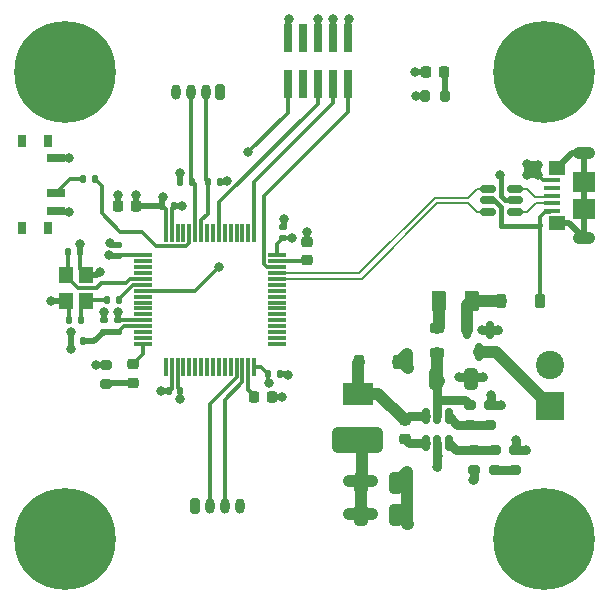
<source format=gbr>
%TF.GenerationSoftware,KiCad,Pcbnew,7.0.2*%
%TF.CreationDate,2023-05-29T20:24:48+05:30*%
%TF.ProjectId,STM_32_Board,53544d5f-3332-45f4-926f-6172642e6b69,rev?*%
%TF.SameCoordinates,Original*%
%TF.FileFunction,Copper,L1,Top*%
%TF.FilePolarity,Positive*%
%FSLAX46Y46*%
G04 Gerber Fmt 4.6, Leading zero omitted, Abs format (unit mm)*
G04 Created by KiCad (PCBNEW 7.0.2) date 2023-05-29 20:24:48*
%MOMM*%
%LPD*%
G01*
G04 APERTURE LIST*
G04 Aperture macros list*
%AMRoundRect*
0 Rectangle with rounded corners*
0 $1 Rounding radius*
0 $2 $3 $4 $5 $6 $7 $8 $9 X,Y pos of 4 corners*
0 Add a 4 corners polygon primitive as box body*
4,1,4,$2,$3,$4,$5,$6,$7,$8,$9,$2,$3,0*
0 Add four circle primitives for the rounded corners*
1,1,$1+$1,$2,$3*
1,1,$1+$1,$4,$5*
1,1,$1+$1,$6,$7*
1,1,$1+$1,$8,$9*
0 Add four rect primitives between the rounded corners*
20,1,$1+$1,$2,$3,$4,$5,0*
20,1,$1+$1,$4,$5,$6,$7,0*
20,1,$1+$1,$6,$7,$8,$9,0*
20,1,$1+$1,$8,$9,$2,$3,0*%
G04 Aperture macros list end*
%TA.AperFunction,SMDPad,CuDef*%
%ADD10RoundRect,0.140000X-0.140000X-0.170000X0.140000X-0.170000X0.140000X0.170000X-0.140000X0.170000X0*%
%TD*%
%TA.AperFunction,SMDPad,CuDef*%
%ADD11RoundRect,0.150000X0.150000X-0.512500X0.150000X0.512500X-0.150000X0.512500X-0.150000X-0.512500X0*%
%TD*%
%TA.AperFunction,SMDPad,CuDef*%
%ADD12RoundRect,0.250000X0.375000X0.625000X-0.375000X0.625000X-0.375000X-0.625000X0.375000X-0.625000X0*%
%TD*%
%TA.AperFunction,SMDPad,CuDef*%
%ADD13RoundRect,0.147500X-0.147500X-0.172500X0.147500X-0.172500X0.147500X0.172500X-0.147500X0.172500X0*%
%TD*%
%TA.AperFunction,SMDPad,CuDef*%
%ADD14R,0.740000X2.400000*%
%TD*%
%TA.AperFunction,SMDPad,CuDef*%
%ADD15RoundRect,0.135000X-0.135000X-0.185000X0.135000X-0.185000X0.135000X0.185000X-0.135000X0.185000X0*%
%TD*%
%TA.AperFunction,SMDPad,CuDef*%
%ADD16R,0.800000X1.000000*%
%TD*%
%TA.AperFunction,SMDPad,CuDef*%
%ADD17R,1.500000X0.700000*%
%TD*%
%TA.AperFunction,SMDPad,CuDef*%
%ADD18RoundRect,0.218750X0.218750X0.256250X-0.218750X0.256250X-0.218750X-0.256250X0.218750X-0.256250X0*%
%TD*%
%TA.AperFunction,SMDPad,CuDef*%
%ADD19RoundRect,0.250000X-0.325000X-0.650000X0.325000X-0.650000X0.325000X0.650000X-0.325000X0.650000X0*%
%TD*%
%TA.AperFunction,SMDPad,CuDef*%
%ADD20RoundRect,0.225000X-0.225000X-0.250000X0.225000X-0.250000X0.225000X0.250000X-0.225000X0.250000X0*%
%TD*%
%TA.AperFunction,ComponentPad*%
%ADD21RoundRect,0.200000X0.200000X0.450000X-0.200000X0.450000X-0.200000X-0.450000X0.200000X-0.450000X0*%
%TD*%
%TA.AperFunction,ComponentPad*%
%ADD22O,0.800000X1.300000*%
%TD*%
%TA.AperFunction,SMDPad,CuDef*%
%ADD23RoundRect,0.200000X0.275000X-0.200000X0.275000X0.200000X-0.275000X0.200000X-0.275000X-0.200000X0*%
%TD*%
%TA.AperFunction,SMDPad,CuDef*%
%ADD24RoundRect,0.140000X0.170000X-0.140000X0.170000X0.140000X-0.170000X0.140000X-0.170000X-0.140000X0*%
%TD*%
%TA.AperFunction,SMDPad,CuDef*%
%ADD25R,2.500000X1.900000*%
%TD*%
%TA.AperFunction,SMDPad,CuDef*%
%ADD26RoundRect,0.140000X0.140000X0.170000X-0.140000X0.170000X-0.140000X-0.170000X0.140000X-0.170000X0*%
%TD*%
%TA.AperFunction,SMDPad,CuDef*%
%ADD27RoundRect,0.200000X-0.275000X0.200000X-0.275000X-0.200000X0.275000X-0.200000X0.275000X0.200000X0*%
%TD*%
%TA.AperFunction,SMDPad,CuDef*%
%ADD28RoundRect,0.150000X-0.150000X0.587500X-0.150000X-0.587500X0.150000X-0.587500X0.150000X0.587500X0*%
%TD*%
%TA.AperFunction,SMDPad,CuDef*%
%ADD29RoundRect,0.225000X0.250000X-0.225000X0.250000X0.225000X-0.250000X0.225000X-0.250000X-0.225000X0*%
%TD*%
%TA.AperFunction,SMDPad,CuDef*%
%ADD30RoundRect,0.075000X-0.700000X-0.075000X0.700000X-0.075000X0.700000X0.075000X-0.700000X0.075000X0*%
%TD*%
%TA.AperFunction,SMDPad,CuDef*%
%ADD31RoundRect,0.075000X-0.075000X-0.700000X0.075000X-0.700000X0.075000X0.700000X-0.075000X0.700000X0*%
%TD*%
%TA.AperFunction,ComponentPad*%
%ADD32C,0.900000*%
%TD*%
%TA.AperFunction,ComponentPad*%
%ADD33C,8.600000*%
%TD*%
%TA.AperFunction,SMDPad,CuDef*%
%ADD34RoundRect,0.135000X0.135000X0.185000X-0.135000X0.185000X-0.135000X-0.185000X0.135000X-0.185000X0*%
%TD*%
%TA.AperFunction,SMDPad,CuDef*%
%ADD35R,1.200000X1.400000*%
%TD*%
%TA.AperFunction,SMDPad,CuDef*%
%ADD36RoundRect,0.200000X0.200000X0.275000X-0.200000X0.275000X-0.200000X-0.275000X0.200000X-0.275000X0*%
%TD*%
%TA.AperFunction,ComponentPad*%
%ADD37RoundRect,0.200000X-0.200000X-0.450000X0.200000X-0.450000X0.200000X0.450000X-0.200000X0.450000X0*%
%TD*%
%TA.AperFunction,SMDPad,CuDef*%
%ADD38RoundRect,0.218750X-0.381250X0.218750X-0.381250X-0.218750X0.381250X-0.218750X0.381250X0.218750X0*%
%TD*%
%TA.AperFunction,SMDPad,CuDef*%
%ADD39RoundRect,0.150000X0.512500X0.150000X-0.512500X0.150000X-0.512500X-0.150000X0.512500X-0.150000X0*%
%TD*%
%TA.AperFunction,SMDPad,CuDef*%
%ADD40RoundRect,0.218750X0.256250X-0.218750X0.256250X0.218750X-0.256250X0.218750X-0.256250X-0.218750X0*%
%TD*%
%TA.AperFunction,ComponentPad*%
%ADD41R,2.400000X2.400000*%
%TD*%
%TA.AperFunction,ComponentPad*%
%ADD42C,2.400000*%
%TD*%
%TA.AperFunction,SMDPad,CuDef*%
%ADD43RoundRect,0.250000X0.325000X0.650000X-0.325000X0.650000X-0.325000X-0.650000X0.325000X-0.650000X0*%
%TD*%
%TA.AperFunction,SMDPad,CuDef*%
%ADD44RoundRect,0.225000X0.225000X0.375000X-0.225000X0.375000X-0.225000X-0.375000X0.225000X-0.375000X0*%
%TD*%
%TA.AperFunction,SMDPad,CuDef*%
%ADD45RoundRect,0.225000X-0.225000X-0.375000X0.225000X-0.375000X0.225000X0.375000X-0.225000X0.375000X0*%
%TD*%
%TA.AperFunction,SMDPad,CuDef*%
%ADD46R,1.400000X0.400000*%
%TD*%
%TA.AperFunction,ComponentPad*%
%ADD47O,1.900000X1.050000*%
%TD*%
%TA.AperFunction,SMDPad,CuDef*%
%ADD48R,1.450000X1.150000*%
%TD*%
%TA.AperFunction,SMDPad,CuDef*%
%ADD49R,1.900000X1.750000*%
%TD*%
%TA.AperFunction,SMDPad,CuDef*%
%ADD50RoundRect,0.225000X0.225000X0.250000X-0.225000X0.250000X-0.225000X-0.250000X0.225000X-0.250000X0*%
%TD*%
%TA.AperFunction,ViaPad*%
%ADD51C,0.800000*%
%TD*%
%TA.AperFunction,Conductor*%
%ADD52C,0.300000*%
%TD*%
%TA.AperFunction,Conductor*%
%ADD53C,0.500000*%
%TD*%
%TA.AperFunction,Conductor*%
%ADD54C,0.750000*%
%TD*%
%TA.AperFunction,Conductor*%
%ADD55C,1.000000*%
%TD*%
%TA.AperFunction,Conductor*%
%ADD56C,0.400000*%
%TD*%
%TA.AperFunction,Conductor*%
%ADD57C,0.200000*%
%TD*%
G04 APERTURE END LIST*
D10*
%TO.P,C11,1*%
%TO.N,HSE_IN*%
X189756800Y-75295000D03*
%TO.P,C11,2*%
%TO.N,GND*%
X190716800Y-75295000D03*
%TD*%
D11*
%TO.P,U2,1,BST*%
%TO.N,BUCK_BST*%
X220036800Y-91432500D03*
%TO.P,U2,2,GND*%
%TO.N,GND*%
X220986800Y-91432500D03*
%TO.P,U2,3,FB*%
%TO.N,BUCK_FB*%
X221936800Y-91432500D03*
%TO.P,U2,4,EN*%
%TO.N,BUCK_EN*%
X221936800Y-89157500D03*
%TO.P,U2,5,IN*%
%TO.N,BUCK_IN*%
X220986800Y-89157500D03*
%TO.P,U2,6,SW*%
%TO.N,BUCK_SW*%
X220036800Y-89157500D03*
%TD*%
D12*
%TO.P,F1,1*%
%TO.N,Net-(D3-A)*%
X223886800Y-79382500D03*
%TO.P,F1,2*%
%TO.N,Net-(F1-Pad2)*%
X221086800Y-79382500D03*
%TD*%
D13*
%TO.P,L1,1*%
%TO.N,+3.3V*%
X190001800Y-82795000D03*
%TO.P,L1,2*%
%TO.N,+3.3VA*%
X190971800Y-82795000D03*
%TD*%
D14*
%TO.P,J2,1,Pin_1*%
%TO.N,+3.3V*%
X213396800Y-57145000D03*
%TO.P,J2,2,Pin_2*%
%TO.N,SWDIO*%
X213396800Y-61045000D03*
%TO.P,J2,3,Pin_3*%
%TO.N,GND*%
X212126800Y-57145000D03*
%TO.P,J2,4,Pin_4*%
%TO.N,SWCLK*%
X212126800Y-61045000D03*
%TO.P,J2,5,Pin_5*%
%TO.N,GND*%
X210856800Y-57145000D03*
%TO.P,J2,6,Pin_6*%
%TO.N,SWO*%
X210856800Y-61045000D03*
%TO.P,J2,7,Pin_7*%
%TO.N,unconnected-(J2-Pin_7-Pad7)*%
X209586800Y-57145000D03*
%TO.P,J2,8,Pin_8*%
%TO.N,unconnected-(J2-Pin_8-Pad8)*%
X209586800Y-61045000D03*
%TO.P,J2,9,Pin_9*%
%TO.N,GND*%
X208316800Y-57145000D03*
%TO.P,J2,10,Pin_10*%
%TO.N,NRST*%
X208316800Y-61045000D03*
%TD*%
D15*
%TO.P,R2,1*%
%TO.N,Net-(C12-Pad1)*%
X192976800Y-79295000D03*
%TO.P,R2,2*%
%TO.N,HSE_OUT*%
X193996800Y-79295000D03*
%TD*%
D16*
%TO.P,SW1,*%
%TO.N,*%
X188016800Y-65895000D03*
X185806800Y-65895000D03*
X188016800Y-73195000D03*
X185806800Y-73195000D03*
D17*
%TO.P,SW1,1,A*%
%TO.N,+3.3V*%
X188666800Y-67295000D03*
%TO.P,SW1,2,B*%
%TO.N,Net-(SW1-B)*%
X188666800Y-70295000D03*
%TO.P,SW1,3,C*%
%TO.N,GND*%
X188666800Y-71795000D03*
%TD*%
D18*
%TO.P,D4,1,K*%
%TO.N,Net-(D4-K)*%
X221561800Y-60045000D03*
%TO.P,D4,2,A*%
%TO.N,+3.3V*%
X219986800Y-60045000D03*
%TD*%
D19*
%TO.P,C16,1*%
%TO.N,+3.3V*%
X214511800Y-97545000D03*
%TO.P,C16,2*%
%TO.N,GND*%
X217461800Y-97545000D03*
%TD*%
D20*
%TO.P,C2,1*%
%TO.N,Net-(U1-VCAP_1)*%
X205461800Y-87545000D03*
%TO.P,C2,2*%
%TO.N,GND*%
X207011800Y-87545000D03*
%TD*%
D21*
%TO.P,J3,1,Pin_1*%
%TO.N,+3.3V*%
X202611800Y-61745000D03*
D22*
%TO.P,J3,2,Pin_2*%
%TO.N,I2C1_SCL*%
X201361800Y-61745000D03*
%TO.P,J3,3,Pin_3*%
%TO.N,I2C1_SDA*%
X200111800Y-61745000D03*
%TO.P,J3,4,Pin_4*%
%TO.N,GND*%
X198861800Y-61745000D03*
%TD*%
D23*
%TO.P,R5,1*%
%TO.N,BUCK_EN*%
X225486800Y-89870000D03*
%TO.P,R5,2*%
%TO.N,GND*%
X225486800Y-88220000D03*
%TD*%
D24*
%TO.P,C7,1*%
%TO.N,+3.3V*%
X207936800Y-74100000D03*
%TO.P,C7,2*%
%TO.N,GND*%
X207936800Y-73140000D03*
%TD*%
D25*
%TO.P,L2,1*%
%TO.N,BUCK_SW*%
X214236800Y-87245000D03*
%TO.P,L2,2*%
%TO.N,+3.3V*%
X214236800Y-91345000D03*
%TD*%
D24*
%TO.P,C9,1*%
%TO.N,+3.3VA*%
X192736800Y-82005000D03*
%TO.P,C9,2*%
%TO.N,GND*%
X192736800Y-81045000D03*
%TD*%
D26*
%TO.P,C5,1*%
%TO.N,+3.3V*%
X199216800Y-87045000D03*
%TO.P,C5,2*%
%TO.N,GND*%
X198256800Y-87045000D03*
%TD*%
D27*
%TO.P,R4,1*%
%TO.N,BUCK_IN*%
X223736800Y-88220000D03*
%TO.P,R4,2*%
%TO.N,BUCK_EN*%
X223736800Y-89870000D03*
%TD*%
D19*
%TO.P,C13,1*%
%TO.N,BUCK_IN*%
X220886800Y-85982500D03*
%TO.P,C13,2*%
%TO.N,GND*%
X223836800Y-85982500D03*
%TD*%
D28*
%TO.P,Q1,1,G*%
%TO.N,GND*%
X225436800Y-81857500D03*
%TO.P,Q1,2,S*%
%TO.N,Net-(D3-A)*%
X223536800Y-81857500D03*
%TO.P,Q1,3,D*%
%TO.N,+12V*%
X224486800Y-83732500D03*
%TD*%
D15*
%TO.P,R9,1*%
%TO.N,I2C1_SCL*%
X201526800Y-69295000D03*
%TO.P,R9,2*%
%TO.N,+3.3V*%
X202546800Y-69295000D03*
%TD*%
D29*
%TO.P,C1,1*%
%TO.N,Net-(U1-VCAP_2)*%
X209966800Y-75965000D03*
%TO.P,C1,2*%
%TO.N,GND*%
X209966800Y-74415000D03*
%TD*%
D30*
%TO.P,U1,1,VBAT*%
%TO.N,+3.3V*%
X196061800Y-75545000D03*
%TO.P,U1,2,PC13*%
%TO.N,unconnected-(U1-PC13-Pad2)*%
X196061800Y-76045000D03*
%TO.P,U1,3,PC14*%
%TO.N,unconnected-(U1-PC14-Pad3)*%
X196061800Y-76545000D03*
%TO.P,U1,4,PC15*%
%TO.N,unconnected-(U1-PC15-Pad4)*%
X196061800Y-77045000D03*
%TO.P,U1,5,PH0*%
%TO.N,HSE_IN*%
X196061800Y-77545000D03*
%TO.P,U1,6,PH1*%
%TO.N,HSE_OUT*%
X196061800Y-78045000D03*
%TO.P,U1,7,NRST*%
%TO.N,NRST*%
X196061800Y-78545000D03*
%TO.P,U1,8,PC0*%
%TO.N,unconnected-(U1-PC0-Pad8)*%
X196061800Y-79045000D03*
%TO.P,U1,9,PC1*%
%TO.N,unconnected-(U1-PC1-Pad9)*%
X196061800Y-79545000D03*
%TO.P,U1,10,PC2*%
%TO.N,unconnected-(U1-PC2-Pad10)*%
X196061800Y-80045000D03*
%TO.P,U1,11,PC3*%
%TO.N,unconnected-(U1-PC3-Pad11)*%
X196061800Y-80545000D03*
%TO.P,U1,12,VSSA*%
%TO.N,GND*%
X196061800Y-81045000D03*
%TO.P,U1,13,VDDA*%
%TO.N,+3.3VA*%
X196061800Y-81545000D03*
%TO.P,U1,14,PA0*%
%TO.N,unconnected-(U1-PA0-Pad14)*%
X196061800Y-82045000D03*
%TO.P,U1,15,PA1*%
%TO.N,unconnected-(U1-PA1-Pad15)*%
X196061800Y-82545000D03*
%TO.P,U1,16,PA2*%
%TO.N,LED_STATUS*%
X196061800Y-83045000D03*
D31*
%TO.P,U1,17,PA3*%
%TO.N,unconnected-(U1-PA3-Pad17)*%
X197986800Y-84970000D03*
%TO.P,U1,18,VSS*%
%TO.N,GND*%
X198486800Y-84970000D03*
%TO.P,U1,19,VDD*%
%TO.N,+3.3V*%
X198986800Y-84970000D03*
%TO.P,U1,20,PA4*%
%TO.N,unconnected-(U1-PA4-Pad20)*%
X199486800Y-84970000D03*
%TO.P,U1,21,PA5*%
%TO.N,unconnected-(U1-PA5-Pad21)*%
X199986800Y-84970000D03*
%TO.P,U1,22,PA6*%
%TO.N,unconnected-(U1-PA6-Pad22)*%
X200486800Y-84970000D03*
%TO.P,U1,23,PA7*%
%TO.N,unconnected-(U1-PA7-Pad23)*%
X200986800Y-84970000D03*
%TO.P,U1,24,PC4*%
%TO.N,unconnected-(U1-PC4-Pad24)*%
X201486800Y-84970000D03*
%TO.P,U1,25,PC5*%
%TO.N,unconnected-(U1-PC5-Pad25)*%
X201986800Y-84970000D03*
%TO.P,U1,26,PB0*%
%TO.N,unconnected-(U1-PB0-Pad26)*%
X202486800Y-84970000D03*
%TO.P,U1,27,PB1*%
%TO.N,unconnected-(U1-PB1-Pad27)*%
X202986800Y-84970000D03*
%TO.P,U1,28,PB2*%
%TO.N,unconnected-(U1-PB2-Pad28)*%
X203486800Y-84970000D03*
%TO.P,U1,29,PB10*%
%TO.N,USART3_Tx*%
X203986800Y-84970000D03*
%TO.P,U1,30,PB11*%
%TO.N,USART3_Rx*%
X204486800Y-84970000D03*
%TO.P,U1,31,VCAP_1*%
%TO.N,Net-(U1-VCAP_1)*%
X204986800Y-84970000D03*
%TO.P,U1,32,VDD*%
%TO.N,+3.3V*%
X205486800Y-84970000D03*
D30*
%TO.P,U1,33,PB12*%
%TO.N,unconnected-(U1-PB12-Pad33)*%
X207411800Y-83045000D03*
%TO.P,U1,34,PB13*%
%TO.N,unconnected-(U1-PB13-Pad34)*%
X207411800Y-82545000D03*
%TO.P,U1,35,PB14*%
%TO.N,unconnected-(U1-PB14-Pad35)*%
X207411800Y-82045000D03*
%TO.P,U1,36,PB15*%
%TO.N,unconnected-(U1-PB15-Pad36)*%
X207411800Y-81545000D03*
%TO.P,U1,37,PC6*%
%TO.N,unconnected-(U1-PC6-Pad37)*%
X207411800Y-81045000D03*
%TO.P,U1,38,PC7*%
%TO.N,unconnected-(U1-PC7-Pad38)*%
X207411800Y-80545000D03*
%TO.P,U1,39,PC8*%
%TO.N,unconnected-(U1-PC8-Pad39)*%
X207411800Y-80045000D03*
%TO.P,U1,40,PC9*%
%TO.N,unconnected-(U1-PC9-Pad40)*%
X207411800Y-79545000D03*
%TO.P,U1,41,PA8*%
%TO.N,unconnected-(U1-PA8-Pad41)*%
X207411800Y-79045000D03*
%TO.P,U1,42,PA9*%
%TO.N,unconnected-(U1-PA9-Pad42)*%
X207411800Y-78545000D03*
%TO.P,U1,43,PA10*%
%TO.N,unconnected-(U1-PA10-Pad43)*%
X207411800Y-78045000D03*
%TO.P,U1,44,PA11*%
%TO.N,USB_D-*%
X207411800Y-77545000D03*
%TO.P,U1,45,PA12*%
%TO.N,USB_D+*%
X207411800Y-77045000D03*
%TO.P,U1,46,PA13*%
%TO.N,SWDIO*%
X207411800Y-76545000D03*
%TO.P,U1,47,VCAP_2*%
%TO.N,Net-(U1-VCAP_2)*%
X207411800Y-76045000D03*
%TO.P,U1,48,VDD*%
%TO.N,+3.3V*%
X207411800Y-75545000D03*
D31*
%TO.P,U1,49,PA14*%
%TO.N,SWCLK*%
X205486800Y-73620000D03*
%TO.P,U1,50,PA15*%
%TO.N,unconnected-(U1-PA15-Pad50)*%
X204986800Y-73620000D03*
%TO.P,U1,51,PC10*%
%TO.N,unconnected-(U1-PC10-Pad51)*%
X204486800Y-73620000D03*
%TO.P,U1,52,PC11*%
%TO.N,unconnected-(U1-PC11-Pad52)*%
X203986800Y-73620000D03*
%TO.P,U1,53,PC12*%
%TO.N,unconnected-(U1-PC12-Pad53)*%
X203486800Y-73620000D03*
%TO.P,U1,54,PD2*%
%TO.N,unconnected-(U1-PD2-Pad54)*%
X202986800Y-73620000D03*
%TO.P,U1,55,PB3*%
%TO.N,SWO*%
X202486800Y-73620000D03*
%TO.P,U1,56,PB4*%
%TO.N,unconnected-(U1-PB4-Pad56)*%
X201986800Y-73620000D03*
%TO.P,U1,57,PB5*%
%TO.N,unconnected-(U1-PB5-Pad57)*%
X201486800Y-73620000D03*
%TO.P,U1,58,PB6*%
%TO.N,I2C1_SCL*%
X200986800Y-73620000D03*
%TO.P,U1,59,PB7*%
%TO.N,I2C1_SDA*%
X200486800Y-73620000D03*
%TO.P,U1,60,BOOT0*%
%TO.N,BOOTO*%
X199986800Y-73620000D03*
%TO.P,U1,61,PB8*%
%TO.N,unconnected-(U1-PB8-Pad61)*%
X199486800Y-73620000D03*
%TO.P,U1,62,PB9*%
%TO.N,unconnected-(U1-PB9-Pad62)*%
X198986800Y-73620000D03*
%TO.P,U1,63,VSS*%
%TO.N,GND*%
X198486800Y-73620000D03*
%TO.P,U1,64,VDD*%
%TO.N,+3.3V*%
X197986800Y-73620000D03*
%TD*%
D32*
%TO.P,H3,1,1*%
%TO.N,GND*%
X226761800Y-99545000D03*
X227706381Y-97264581D03*
X227706381Y-101825419D03*
X229986800Y-96320000D03*
D33*
X229986800Y-99545000D03*
D32*
X229986800Y-102770000D03*
X232267219Y-97264581D03*
X232267219Y-101825419D03*
X233211800Y-99545000D03*
%TD*%
%TO.P,H4,1,1*%
%TO.N,GND*%
X186261800Y-99545000D03*
X187206381Y-97264581D03*
X187206381Y-101825419D03*
X189486800Y-96320000D03*
D33*
X189486800Y-99545000D03*
D32*
X189486800Y-102770000D03*
X191767219Y-97264581D03*
X191767219Y-101825419D03*
X192711800Y-99545000D03*
%TD*%
D23*
%TO.P,R8,1*%
%TO.N,Net-(R7-Pad2)*%
X227586800Y-93707500D03*
%TO.P,R8,2*%
%TO.N,GND*%
X227586800Y-92057500D03*
%TD*%
D24*
%TO.P,C4,1*%
%TO.N,+3.3V*%
X193936800Y-75600000D03*
%TO.P,C4,2*%
%TO.N,GND*%
X193936800Y-74640000D03*
%TD*%
D34*
%TO.P,R10,1*%
%TO.N,I2C1_SDA*%
X200246800Y-69295000D03*
%TO.P,R10,2*%
%TO.N,+3.3V*%
X199226800Y-69295000D03*
%TD*%
D35*
%TO.P,Y1,1,1*%
%TO.N,HSE_IN*%
X189536800Y-77195000D03*
%TO.P,Y1,2,2*%
%TO.N,GND*%
X189536800Y-79395000D03*
%TO.P,Y1,3,3*%
%TO.N,Net-(C12-Pad1)*%
X191236800Y-79395000D03*
%TO.P,Y1,4,4*%
%TO.N,GND*%
X191236800Y-77195000D03*
%TD*%
D32*
%TO.P,H2,1,1*%
%TO.N,GND*%
X226761800Y-60045000D03*
X227706381Y-57764581D03*
X227706381Y-62325419D03*
X229986800Y-56820000D03*
D33*
X229986800Y-60045000D03*
D32*
X229986800Y-63270000D03*
X232267219Y-57764581D03*
X232267219Y-62325419D03*
X233211800Y-60045000D03*
%TD*%
D10*
%TO.P,C6,1*%
%TO.N,+3.3V*%
X206686800Y-85620000D03*
%TO.P,C6,2*%
%TO.N,GND*%
X207646800Y-85620000D03*
%TD*%
D36*
%TO.P,R11,1*%
%TO.N,Net-(D4-K)*%
X221611800Y-62070000D03*
%TO.P,R11,2*%
%TO.N,GND*%
X219961800Y-62070000D03*
%TD*%
D24*
%TO.P,C10,1*%
%TO.N,+3.3VA*%
X193936800Y-82005000D03*
%TO.P,C10,2*%
%TO.N,GND*%
X193936800Y-81045000D03*
%TD*%
D37*
%TO.P,J4,1,Pin_1*%
%TO.N,+3.3V*%
X200486800Y-96795000D03*
D22*
%TO.P,J4,2,Pin_2*%
%TO.N,USART3_Tx*%
X201736800Y-96795000D03*
%TO.P,J4,3,Pin_3*%
%TO.N,USART3_Rx*%
X202986800Y-96795000D03*
%TO.P,J4,4,Pin_4*%
%TO.N,GND*%
X204236800Y-96795000D03*
%TD*%
D38*
%TO.P,FB1,1*%
%TO.N,Net-(F1-Pad2)*%
X220986800Y-81670000D03*
%TO.P,FB1,2*%
%TO.N,BUCK_IN*%
X220986800Y-83795000D03*
%TD*%
D23*
%TO.P,R6,1*%
%TO.N,+3.3V*%
X224086800Y-93707500D03*
%TO.P,R6,2*%
%TO.N,BUCK_FB*%
X224086800Y-92057500D03*
%TD*%
D39*
%TO.P,U3,1,I/O1*%
%TO.N,USB_CONN_D-*%
X227574300Y-71845000D03*
%TO.P,U3,2,GND*%
%TO.N,GND*%
X227574300Y-70895000D03*
%TO.P,U3,3,I/O2*%
%TO.N,USB_CONN_D+*%
X227574300Y-69945000D03*
%TO.P,U3,4,I/O2*%
%TO.N,USB_D+*%
X225299300Y-69945000D03*
%TO.P,U3,5,VBUS*%
%TO.N,+5V*%
X225299300Y-70895000D03*
%TO.P,U3,6,I/O1*%
%TO.N,USB_D-*%
X225299300Y-71845000D03*
%TD*%
D40*
%TO.P,D1,1,K*%
%TO.N,Net-(D1-K)*%
X195236800Y-86332500D03*
%TO.P,D1,2,A*%
%TO.N,LED_STATUS*%
X195236800Y-84757500D03*
%TD*%
D29*
%TO.P,C14,1*%
%TO.N,BUCK_BST*%
X218236800Y-91070000D03*
%TO.P,C14,2*%
%TO.N,BUCK_SW*%
X218236800Y-89520000D03*
%TD*%
D27*
%TO.P,R7,1*%
%TO.N,BUCK_FB*%
X225836800Y-92057500D03*
%TO.P,R7,2*%
%TO.N,Net-(R7-Pad2)*%
X225836800Y-93707500D03*
%TD*%
D15*
%TO.P,R1,2*%
%TO.N,BOOTO*%
X191996800Y-69045000D03*
%TO.P,R1,1*%
%TO.N,Net-(SW1-B)*%
X190976800Y-69045000D03*
%TD*%
D27*
%TO.P,R3,1*%
%TO.N,GND*%
X192936800Y-84795000D03*
%TO.P,R3,2*%
%TO.N,Net-(D1-K)*%
X192936800Y-86445000D03*
%TD*%
D10*
%TO.P,C8,1*%
%TO.N,+3.3V*%
X197706800Y-71370000D03*
%TO.P,C8,2*%
%TO.N,GND*%
X198666800Y-71370000D03*
%TD*%
D41*
%TO.P,J1,1,Pin_1*%
%TO.N,+12V*%
X230536800Y-88295000D03*
D42*
%TO.P,J1,2,Pin_2*%
%TO.N,GND*%
X230536800Y-84795000D03*
%TD*%
D43*
%TO.P,C15,1*%
%TO.N,GND*%
X217461800Y-94795000D03*
%TO.P,C15,2*%
%TO.N,+3.3V*%
X214511800Y-94795000D03*
%TD*%
D32*
%TO.P,H1,1,1*%
%TO.N,GND*%
X186261800Y-60045000D03*
X187206381Y-57764581D03*
X187206381Y-62325419D03*
X189486800Y-56820000D03*
D33*
X189486800Y-60045000D03*
D32*
X189486800Y-63270000D03*
X191767219Y-57764581D03*
X191767219Y-62325419D03*
X192711800Y-60045000D03*
%TD*%
D26*
%TO.P,C12,1*%
%TO.N,Net-(C12-Pad1)*%
X190796800Y-81045000D03*
%TO.P,C12,2*%
%TO.N,GND*%
X189836800Y-81045000D03*
%TD*%
D44*
%TO.P,D3,1,K*%
%TO.N,+5V*%
X229636800Y-79382500D03*
%TO.P,D3,2,A*%
%TO.N,Net-(D3-A)*%
X226336800Y-79382500D03*
%TD*%
D45*
%TO.P,D2,1,K*%
%TO.N,BUCK_SW*%
X214336800Y-84545000D03*
%TO.P,D2,2,A*%
%TO.N,GND*%
X217636800Y-84545000D03*
%TD*%
D46*
%TO.P,J5,1,VBUS*%
%TO.N,+5V*%
X230711800Y-71795000D03*
%TO.P,J5,2,D-*%
%TO.N,USB_CONN_D-*%
X230711800Y-71145000D03*
%TO.P,J5,3,D+*%
%TO.N,USB_CONN_D+*%
X230711800Y-70495000D03*
%TO.P,J5,4,ID*%
%TO.N,unconnected-(J5-ID-Pad4)*%
X230711800Y-69845000D03*
%TO.P,J5,5,GND*%
%TO.N,GND*%
X230711800Y-69195000D03*
D47*
%TO.P,J5,6,Shield*%
%TO.N,unconnected-(J5-Shield-Pad6)*%
X233361800Y-74070000D03*
D48*
X231131800Y-72815000D03*
D49*
X233361800Y-71620000D03*
X233361800Y-69370000D03*
D48*
X231131800Y-68175000D03*
D47*
X233361800Y-66920000D03*
%TD*%
D50*
%TO.P,C3,1*%
%TO.N,+3.3V*%
X195461800Y-71370000D03*
%TO.P,C3,2*%
%TO.N,GND*%
X193911800Y-71370000D03*
%TD*%
D51*
%TO.N,GND*%
X192061800Y-84820000D03*
X192451161Y-76935106D03*
X188286800Y-79370000D03*
X229536800Y-68770000D03*
X222861800Y-85870000D03*
X228486800Y-92045000D03*
X218436800Y-95520000D03*
X221011800Y-92520000D03*
X224736800Y-81845000D03*
X193961800Y-80345000D03*
X189836800Y-71845000D03*
X219161800Y-62070000D03*
X218486800Y-85070000D03*
X228586800Y-67820000D03*
X226361800Y-88220000D03*
X227636800Y-91220000D03*
X209961800Y-73570000D03*
X218436800Y-96770000D03*
X226261800Y-68745000D03*
X218436800Y-83870000D03*
X207861800Y-87545000D03*
X199336800Y-71370000D03*
X218461800Y-98295000D03*
X228561800Y-68745000D03*
X207961800Y-72445000D03*
X220986800Y-93495000D03*
X224811800Y-85820000D03*
X193936800Y-70470000D03*
X225511800Y-87395000D03*
X208336800Y-85645000D03*
X190711800Y-74570000D03*
X192736800Y-80345000D03*
X208386800Y-55495000D03*
X210861800Y-55545000D03*
X212136800Y-55545000D03*
X193236800Y-74470000D03*
X218386800Y-93870000D03*
X229511800Y-67870000D03*
X197561800Y-87020000D03*
X226111800Y-81845000D03*
%TO.N,+3.3V*%
X208656800Y-74045000D03*
X199236800Y-68555000D03*
X193216800Y-75545000D03*
X213536800Y-94670000D03*
X213486800Y-55545000D03*
X219124300Y-60045000D03*
X206736800Y-86325000D03*
X189816800Y-67295000D03*
X212586800Y-90545000D03*
X215866800Y-90545000D03*
X197736800Y-70645000D03*
X189986800Y-82045000D03*
X203215060Y-69273260D03*
X199236800Y-87745000D03*
X213536800Y-97420000D03*
X189986800Y-83515000D03*
X223986800Y-94545000D03*
X215486800Y-97420000D03*
X195486800Y-70475000D03*
X215866800Y-91795000D03*
X215486800Y-94670000D03*
X212586800Y-91795000D03*
%TO.N,NRST*%
X202486800Y-76545000D03*
X204986800Y-66795000D03*
%TD*%
D52*
%TO.N,BOOTO*%
X199986800Y-74496041D02*
X199986800Y-73620000D01*
X199737841Y-74745000D02*
X199986800Y-74496041D01*
X194135000Y-73545000D02*
X195986800Y-73545000D01*
X195986800Y-73545000D02*
X197186800Y-74745000D01*
X192590000Y-72000000D02*
X194135000Y-73545000D01*
X192590000Y-69638200D02*
X192590000Y-72000000D01*
X191996800Y-69045000D02*
X192590000Y-69638200D01*
X197186800Y-74745000D02*
X199737841Y-74745000D01*
%TO.N,Net-(U1-VCAP_2)*%
X209886800Y-76045000D02*
X209966800Y-75965000D01*
X207411800Y-76045000D02*
X209886800Y-76045000D01*
D53*
%TO.N,GND*%
X189536800Y-79395000D02*
X188311800Y-79395000D01*
D54*
X227636800Y-91220000D02*
X227636800Y-92007500D01*
D55*
X218436800Y-96770000D02*
X218436800Y-98270000D01*
D52*
X229536800Y-68770000D02*
X229961800Y-69195000D01*
D53*
X207646800Y-85620000D02*
X208311800Y-85620000D01*
D52*
X229961800Y-69195000D02*
X230711800Y-69195000D01*
D53*
X228586800Y-68720000D02*
X228561800Y-68745000D01*
D54*
X225424300Y-81845000D02*
X225436800Y-81857500D01*
X226111800Y-81845000D02*
X226111800Y-81870000D01*
D53*
X193936800Y-80370000D02*
X193961800Y-80345000D01*
X192086800Y-84795000D02*
X192061800Y-84820000D01*
X229536800Y-68770000D02*
X229536800Y-67895000D01*
D55*
X217961800Y-84545000D02*
X218486800Y-85070000D01*
D53*
X192451161Y-76935106D02*
X192191267Y-77195000D01*
D55*
X217761800Y-84545000D02*
X218436800Y-83870000D01*
X218386800Y-93870000D02*
X218386800Y-95470000D01*
D54*
X225511800Y-87395000D02*
X225511800Y-88195000D01*
D53*
X190711800Y-74570000D02*
X190711800Y-75290000D01*
X188311800Y-79395000D02*
X188286800Y-79370000D01*
D52*
X198486800Y-71550000D02*
X198486800Y-73620000D01*
D55*
X217461800Y-97545000D02*
X217661800Y-97545000D01*
D53*
X219961800Y-62070000D02*
X219161800Y-62070000D01*
X192736800Y-81045000D02*
X192736800Y-80345000D01*
D54*
X220986800Y-93495000D02*
X220986800Y-91432500D01*
D56*
X226361800Y-70517183D02*
X226361800Y-68845000D01*
D53*
X228586800Y-67820000D02*
X228586800Y-68720000D01*
D55*
X218436800Y-85020000D02*
X218486800Y-85070000D01*
D53*
X193406800Y-74640000D02*
X193236800Y-74470000D01*
X229536800Y-67895000D02*
X229511800Y-67870000D01*
X192191267Y-77195000D02*
X191236800Y-77195000D01*
D56*
X226361800Y-70517183D02*
X226739617Y-70895000D01*
X226739617Y-70895000D02*
X227574300Y-70895000D01*
D55*
X218386800Y-98220000D02*
X218461800Y-98295000D01*
D53*
X228561800Y-68745000D02*
X228636800Y-68745000D01*
X207961800Y-73115000D02*
X207936800Y-73140000D01*
D54*
X225511800Y-88195000D02*
X225486800Y-88220000D01*
D52*
X196061800Y-81045000D02*
X193936800Y-81045000D01*
D54*
X226361800Y-88220000D02*
X225486800Y-88220000D01*
X224736800Y-81845000D02*
X225424300Y-81845000D01*
D53*
X207011800Y-87545000D02*
X207861800Y-87545000D01*
D55*
X218436800Y-83870000D02*
X218436800Y-85020000D01*
D53*
X193936800Y-81045000D02*
X193936800Y-80370000D01*
X199336800Y-71370000D02*
X198666800Y-71370000D01*
X228586800Y-67820000D02*
X229461800Y-67820000D01*
D55*
X217461800Y-97545000D02*
X217711800Y-97545000D01*
D53*
X212126800Y-55555000D02*
X212136800Y-55545000D01*
D55*
X218386800Y-93870000D02*
X218386800Y-98220000D01*
X218436800Y-98270000D02*
X218461800Y-98295000D01*
D53*
X207961800Y-72445000D02*
X207961800Y-73115000D01*
X193936800Y-70470000D02*
X193936800Y-71345000D01*
X229461800Y-67820000D02*
X229511800Y-67870000D01*
D52*
X189836800Y-81045000D02*
X189836800Y-79695000D01*
D55*
X218386800Y-95470000D02*
X218436800Y-95520000D01*
D54*
X222861800Y-85870000D02*
X223724300Y-85870000D01*
D53*
X197586800Y-87045000D02*
X197561800Y-87020000D01*
X228586800Y-67820000D02*
X229536800Y-68770000D01*
D54*
X227599300Y-92045000D02*
X227586800Y-92057500D01*
D53*
X208311800Y-85620000D02*
X208336800Y-85645000D01*
X208316800Y-57145000D02*
X208316800Y-55565000D01*
X208316800Y-55565000D02*
X208386800Y-55495000D01*
D55*
X217636800Y-84545000D02*
X217961800Y-84545000D01*
D53*
X229511800Y-68745000D02*
X229536800Y-68770000D01*
X228561800Y-68745000D02*
X229511800Y-68745000D01*
X192936800Y-84795000D02*
X192086800Y-84795000D01*
D54*
X226049300Y-81857500D02*
X225436800Y-81857500D01*
D53*
X189836800Y-71845000D02*
X188716800Y-71845000D01*
D52*
X198486800Y-86815000D02*
X198256800Y-87045000D01*
X189836800Y-79695000D02*
X189536800Y-79395000D01*
X198486800Y-84970000D02*
X198486800Y-86815000D01*
D53*
X193936800Y-71345000D02*
X193911800Y-71370000D01*
D55*
X217711800Y-97545000D02*
X218461800Y-98295000D01*
D53*
X190711800Y-75290000D02*
X190716800Y-75295000D01*
D52*
X190716800Y-76675000D02*
X191236800Y-77195000D01*
X198741800Y-71295000D02*
X198486800Y-71550000D01*
D53*
X210856800Y-55550000D02*
X210861800Y-55545000D01*
D54*
X223999300Y-85820000D02*
X223836800Y-85982500D01*
X223724300Y-85870000D02*
X223836800Y-85982500D01*
X224811800Y-85820000D02*
X223999300Y-85820000D01*
X228486800Y-92045000D02*
X227599300Y-92045000D01*
X226086800Y-81895000D02*
X226049300Y-81857500D01*
X226111800Y-81870000D02*
X226086800Y-81895000D01*
D53*
X210856800Y-57145000D02*
X210856800Y-55550000D01*
X209961800Y-73570000D02*
X209961800Y-74410000D01*
X193936800Y-74640000D02*
X193406800Y-74640000D01*
D56*
X226361800Y-68845000D02*
X226261800Y-68745000D01*
D53*
X209961800Y-74410000D02*
X209966800Y-74415000D01*
D55*
X217711800Y-94795000D02*
X218436800Y-95520000D01*
D53*
X198256800Y-87045000D02*
X197586800Y-87045000D01*
D55*
X217661800Y-97545000D02*
X218436800Y-96770000D01*
X218386800Y-93870000D02*
X217461800Y-94795000D01*
D52*
X190716800Y-75295000D02*
X190716800Y-76675000D01*
D53*
X212126800Y-57145000D02*
X212126800Y-55555000D01*
X228636800Y-68745000D02*
X229511800Y-67870000D01*
X188716800Y-71845000D02*
X188666800Y-71795000D01*
D52*
X198486800Y-86840000D02*
X198456800Y-86870000D01*
%TO.N,Net-(U1-VCAP_1)*%
X205349300Y-87295000D02*
X205461800Y-87295000D01*
X204986800Y-86932500D02*
X205349300Y-87295000D01*
X204986800Y-84970000D02*
X204986800Y-86932500D01*
D55*
%TO.N,+3.3V*%
X212586800Y-90545000D02*
X212586800Y-91795000D01*
D52*
X207411800Y-75545000D02*
X207411800Y-74625000D01*
D55*
X215416800Y-91345000D02*
X215866800Y-91795000D01*
X214611800Y-94420000D02*
X214611800Y-91720000D01*
X215866800Y-90545000D02*
X215866800Y-91795000D01*
D53*
X193271800Y-75600000D02*
X193216800Y-75545000D01*
D54*
X224086800Y-93707500D02*
X224086800Y-94445000D01*
D55*
X214236800Y-91345000D02*
X213036800Y-91345000D01*
D52*
X207936800Y-74100000D02*
X208601800Y-74100000D01*
D53*
X189986800Y-82045000D02*
X189986800Y-82780000D01*
D55*
X213386800Y-91345000D02*
X212586800Y-90545000D01*
X213036800Y-91345000D02*
X212586800Y-91795000D01*
D52*
X208601800Y-74100000D02*
X208656800Y-74045000D01*
D53*
X190001800Y-82795000D02*
X190001800Y-83500000D01*
D52*
X199216800Y-87045000D02*
X199216800Y-87725000D01*
D55*
X215486800Y-97420000D02*
X213536800Y-97420000D01*
D52*
X197986800Y-71650000D02*
X197736800Y-71400000D01*
D55*
X214611800Y-91720000D02*
X214236800Y-91345000D01*
D53*
X203193320Y-69295000D02*
X203215060Y-69273260D01*
X195461800Y-70500000D02*
X195486800Y-70475000D01*
D55*
X212586800Y-90545000D02*
X215866800Y-90545000D01*
D52*
X197986800Y-73620000D02*
X197986800Y-71650000D01*
X197736800Y-71295000D02*
X197631800Y-71295000D01*
X197736800Y-71400000D02*
X197736800Y-71295000D01*
D53*
X190001800Y-83500000D02*
X189986800Y-83515000D01*
X199226800Y-68565000D02*
X199236800Y-68555000D01*
D55*
X212586800Y-91795000D02*
X215866800Y-91795000D01*
X214236800Y-91345000D02*
X213386800Y-91345000D01*
D53*
X219124300Y-60045000D02*
X219986800Y-60045000D01*
X195461800Y-71370000D02*
X195461800Y-70500000D01*
D52*
X197631800Y-71295000D02*
X197706800Y-71370000D01*
D53*
X197706800Y-70675000D02*
X197736800Y-70645000D01*
X213396800Y-55635000D02*
X213486800Y-55545000D01*
D55*
X215486800Y-94670000D02*
X213536800Y-94670000D01*
D53*
X197706800Y-71370000D02*
X195461800Y-71370000D01*
D52*
X206036800Y-84970000D02*
X206686800Y-85620000D01*
D53*
X202546800Y-69295000D02*
X203193320Y-69295000D01*
D52*
X198986800Y-86815000D02*
X199216800Y-87045000D01*
D55*
X214511800Y-94795000D02*
X214511800Y-97545000D01*
D52*
X206686800Y-85620000D02*
X206686800Y-86275000D01*
X206686800Y-86275000D02*
X206736800Y-86325000D01*
D55*
X215066800Y-91345000D02*
X215866800Y-90545000D01*
X214236800Y-91345000D02*
X215066800Y-91345000D01*
D52*
X199216800Y-87725000D02*
X199236800Y-87745000D01*
X205486800Y-84970000D02*
X206036800Y-84970000D01*
D55*
X214236800Y-91345000D02*
X215416800Y-91345000D01*
D54*
X224086800Y-94445000D02*
X223986800Y-94545000D01*
D53*
X213396800Y-57145000D02*
X213396800Y-55635000D01*
X199226800Y-69295000D02*
X199226800Y-68565000D01*
D52*
X196061800Y-75545000D02*
X193991800Y-75545000D01*
D53*
X188666800Y-67295000D02*
X189816800Y-67295000D01*
X193936800Y-75600000D02*
X193271800Y-75600000D01*
X189986800Y-82780000D02*
X190001800Y-82795000D01*
D52*
X198986800Y-84970000D02*
X198986800Y-86815000D01*
X207411800Y-74625000D02*
X207936800Y-74100000D01*
D53*
X197706800Y-71370000D02*
X197706800Y-70675000D01*
D52*
%TO.N,+3.3VA*%
X193979765Y-82005000D02*
X193936800Y-82005000D01*
D53*
X191946800Y-82795000D02*
X192736800Y-82005000D01*
X192736800Y-82005000D02*
X193936800Y-82005000D01*
D52*
X196061800Y-81545000D02*
X194439765Y-81545000D01*
X194439765Y-81545000D02*
X193979765Y-82005000D01*
D53*
X190971800Y-82795000D02*
X191946800Y-82795000D01*
D52*
%TO.N,HSE_IN*%
X194628653Y-77895000D02*
X192536800Y-77895000D01*
X192136800Y-78295000D02*
X190536800Y-78295000D01*
X189756800Y-76975000D02*
X189536800Y-77195000D01*
X189756800Y-75295000D02*
X189756800Y-76975000D01*
X192536800Y-77895000D02*
X192136800Y-78295000D01*
X196061800Y-77545000D02*
X194978653Y-77545000D01*
X190536800Y-78295000D02*
X189536800Y-77295000D01*
X194978653Y-77545000D02*
X194628653Y-77895000D01*
X189536800Y-77295000D02*
X189536800Y-77195000D01*
%TO.N,Net-(C12-Pad1)*%
X191336800Y-79295000D02*
X191236800Y-79395000D01*
X192976800Y-79295000D02*
X191336800Y-79295000D01*
X190796800Y-81045000D02*
X190796800Y-79835000D01*
X190796800Y-79835000D02*
X191236800Y-79395000D01*
D55*
%TO.N,BUCK_IN*%
X220986800Y-83795000D02*
X220986800Y-85882500D01*
D54*
X220986800Y-89157500D02*
X220986800Y-87795000D01*
X223311800Y-87795000D02*
X220986800Y-87795000D01*
X223736800Y-88220000D02*
X223311800Y-87795000D01*
X220986800Y-87795000D02*
X220986800Y-86082500D01*
D55*
X220986800Y-85882500D02*
X220886800Y-85982500D01*
X220886800Y-85982500D02*
X221086800Y-86182500D01*
D54*
X220986800Y-86082500D02*
X220886800Y-85982500D01*
%TO.N,BUCK_BST*%
X220036800Y-91432500D02*
X218599300Y-91432500D01*
X218599300Y-91432500D02*
X218236800Y-91070000D01*
%TO.N,BUCK_SW*%
X218599300Y-89157500D02*
X218236800Y-89520000D01*
D55*
X214236800Y-84645000D02*
X214336800Y-84545000D01*
X214236800Y-87245000D02*
X215961800Y-87245000D01*
X215961800Y-87245000D02*
X218236800Y-89520000D01*
X214236800Y-87245000D02*
X214236800Y-84645000D01*
D54*
X220036800Y-89157500D02*
X218599300Y-89157500D01*
D53*
%TO.N,Net-(D1-K)*%
X193049300Y-86332500D02*
X192936800Y-86445000D01*
X195236800Y-86332500D02*
X193049300Y-86332500D01*
D52*
%TO.N,LED_STATUS*%
X196061800Y-83045000D02*
X196061800Y-83932500D01*
X196061800Y-83932500D02*
X195236800Y-84757500D01*
D56*
%TO.N,+5V*%
X225789617Y-70895000D02*
X226386800Y-71492183D01*
D52*
X229636800Y-72995000D02*
X229636800Y-72295000D01*
D56*
X229536800Y-73095000D02*
X229636800Y-72995000D01*
D52*
X230536800Y-71845000D02*
X230086800Y-71845000D01*
X230086800Y-71845000D02*
X229636800Y-72295000D01*
D56*
X226386800Y-73095000D02*
X229536800Y-73095000D01*
X226386800Y-71492183D02*
X226386800Y-73095000D01*
X225299300Y-70895000D02*
X225789617Y-70895000D01*
D52*
X229636800Y-73295000D02*
X229636800Y-72995000D01*
X229636800Y-79382500D02*
X229636800Y-73295000D01*
D55*
%TO.N,Net-(D3-A)*%
X223536800Y-79732500D02*
X223886800Y-79382500D01*
X226336800Y-79382500D02*
X223886800Y-79382500D01*
X223536800Y-81857500D02*
X223536800Y-79732500D01*
D53*
%TO.N,Net-(D4-K)*%
X221599300Y-60082500D02*
X221561800Y-60045000D01*
X221599300Y-62045000D02*
X221599300Y-60082500D01*
D55*
%TO.N,+12V*%
X225974300Y-83732500D02*
X230536800Y-88295000D01*
X224486800Y-83732500D02*
X225974300Y-83732500D01*
D52*
%TO.N,SWDIO*%
X213396800Y-63385000D02*
X213396800Y-61045000D01*
X206535759Y-76545000D02*
X206286800Y-76296041D01*
X206286800Y-70495000D02*
X213396800Y-63385000D01*
X207411800Y-76545000D02*
X206535759Y-76545000D01*
X206286800Y-76296041D02*
X206286800Y-70495000D01*
%TO.N,SWCLK*%
X205486800Y-69295000D02*
X212126800Y-62655000D01*
X212126800Y-62655000D02*
X212126800Y-61045000D01*
X205486800Y-73620000D02*
X205486800Y-69295000D01*
%TO.N,SWO*%
X202486800Y-73620000D02*
X202486800Y-71061474D01*
X210856800Y-62691474D02*
X210856800Y-61045000D01*
X202486800Y-71061474D02*
X210856800Y-62691474D01*
%TO.N,NRST*%
X204986800Y-66795000D02*
X208316800Y-63465000D01*
X200486800Y-78545000D02*
X202486800Y-76545000D01*
X208316800Y-63465000D02*
X208316800Y-61045000D01*
X196061800Y-78545000D02*
X200486800Y-78545000D01*
%TO.N,I2C1_SCL*%
X200986800Y-72545000D02*
X200986800Y-73620000D01*
X201361800Y-69130000D02*
X201526800Y-69295000D01*
X201526800Y-72005000D02*
X201526800Y-69295000D01*
X201361800Y-61745000D02*
X201361800Y-69130000D01*
X201526800Y-72005000D02*
X200986800Y-72545000D01*
%TO.N,I2C1_SDA*%
X200486800Y-69535000D02*
X200246800Y-69295000D01*
X200111800Y-69160000D02*
X200246800Y-69295000D01*
X200486800Y-73620000D02*
X200486800Y-69535000D01*
X200111800Y-61745000D02*
X200111800Y-69160000D01*
%TO.N,USART3_Tx*%
X203986800Y-85846041D02*
X203986800Y-84970000D01*
X201736800Y-88096041D02*
X203986800Y-85846041D01*
X201736800Y-96795000D02*
X201736800Y-88096041D01*
%TO.N,USART3_Rx*%
X204486800Y-86256827D02*
X202986800Y-87756827D01*
X204486800Y-84970000D02*
X204486800Y-86256827D01*
X202986800Y-87756827D02*
X202986800Y-96795000D01*
D57*
%TO.N,USB_CONN_D-*%
X228568051Y-71845000D02*
X227574300Y-71845000D01*
X230373197Y-71095000D02*
X229318051Y-71095000D01*
X229318051Y-71095000D02*
X228568051Y-71845000D01*
%TO.N,USB_CONN_D+*%
X229268070Y-70645019D02*
X230436781Y-70645019D01*
X230436781Y-70645019D02*
X230536800Y-70545000D01*
X227574300Y-69945000D02*
X228568051Y-69945000D01*
X228568051Y-69945000D02*
X229268070Y-70645019D01*
D53*
%TO.N,unconnected-(J5-Shield-Pad6)*%
X231131800Y-72815000D02*
X232106800Y-72815000D01*
X233361800Y-74070000D02*
X233361800Y-66920000D01*
X233361800Y-66920000D02*
X232386800Y-66920000D01*
X232106800Y-72815000D02*
X233361800Y-74070000D01*
X232386800Y-66920000D02*
X231131800Y-68175000D01*
D52*
%TO.N,Net-(SW1-B)*%
X190976800Y-69045000D02*
X189916800Y-69045000D01*
X189916800Y-69045000D02*
X188666800Y-70295000D01*
%TO.N,HSE_OUT*%
X193996800Y-79233959D02*
X193996800Y-79295000D01*
X196061800Y-78045000D02*
X195185759Y-78045000D01*
X195185759Y-78045000D02*
X193996800Y-79233959D01*
D54*
%TO.N,BUCK_EN*%
X222649300Y-89870000D02*
X221936800Y-89157500D01*
X225486800Y-89870000D02*
X222649300Y-89870000D01*
%TO.N,BUCK_FB*%
X225836800Y-92057500D02*
X224086800Y-92057500D01*
X222561800Y-92057500D02*
X221936800Y-91432500D01*
X224086800Y-92057500D02*
X222561800Y-92057500D01*
%TO.N,Net-(R7-Pad2)*%
X227586800Y-93707500D02*
X225836800Y-93707500D01*
D57*
%TO.N,USB_D-*%
X207411800Y-77545000D02*
X208574301Y-77545000D01*
X208574301Y-77545000D02*
X208599301Y-77520000D01*
X214580000Y-77520000D02*
X220980000Y-71120000D01*
X223580549Y-71120000D02*
X224305549Y-71845000D01*
X220980000Y-71120000D02*
X223580549Y-71120000D01*
X224305549Y-71845000D02*
X225299300Y-71845000D01*
X208599301Y-77520000D02*
X214580000Y-77520000D01*
%TO.N,USB_D+*%
X208599301Y-77070000D02*
X214393600Y-77070000D01*
X220793600Y-70670000D02*
X223580549Y-70670000D01*
X223580549Y-70670000D02*
X224305549Y-69945000D01*
X208574301Y-77045000D02*
X208599301Y-77070000D01*
X214393600Y-77070000D02*
X220793600Y-70670000D01*
X224305549Y-69945000D02*
X225299300Y-69945000D01*
X207411800Y-77045000D02*
X208574301Y-77045000D01*
D55*
%TO.N,Net-(F1-Pad2)*%
X221086800Y-81570000D02*
X220986800Y-81670000D01*
X221086800Y-79382500D02*
X221086800Y-81570000D01*
%TD*%
M02*

</source>
